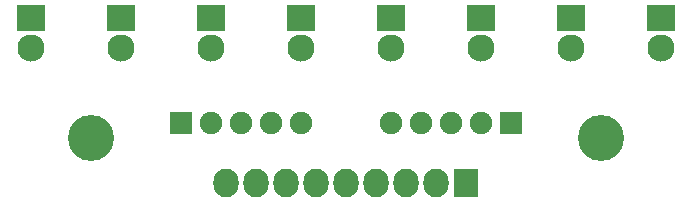
<source format=gbr>
G04 #@! TF.FileFunction,Soldermask,Top*
%FSLAX46Y46*%
G04 Gerber Fmt 4.6, Leading zero omitted, Abs format (unit mm)*
G04 Created by KiCad (PCBNEW 4.0.2+dfsg1-stable) date dom 10 sep 2017 20:45:57 CEST*
%MOMM*%
G01*
G04 APERTURE LIST*
%ADD10C,0.100000*%
%ADD11R,2.400000X2.300000*%
%ADD12C,2.300000*%
%ADD13C,1.900000*%
%ADD14R,1.900000X1.900000*%
%ADD15R,2.127200X2.432000*%
%ADD16O,2.127200X2.432000*%
%ADD17C,3.900000*%
G04 APERTURE END LIST*
D10*
D11*
X176530000Y-87630000D03*
D12*
X176530000Y-90170000D03*
D13*
X153670000Y-96520000D03*
D14*
X163830000Y-96520000D03*
D13*
X161290000Y-96520000D03*
X156210000Y-96520000D03*
X158750000Y-96520000D03*
X146050000Y-96520000D03*
D14*
X135890000Y-96520000D03*
D13*
X138430000Y-96520000D03*
X143510000Y-96520000D03*
X140970000Y-96520000D03*
D11*
X168910000Y-87630000D03*
D12*
X168910000Y-90170000D03*
D11*
X161290000Y-87630000D03*
D12*
X161290000Y-90170000D03*
D11*
X153670000Y-87630000D03*
D12*
X153670000Y-90170000D03*
D11*
X146050000Y-87630000D03*
D12*
X146050000Y-90170000D03*
D11*
X138430000Y-87630000D03*
D12*
X138430000Y-90170000D03*
D11*
X123190000Y-87630000D03*
D12*
X123190000Y-90170000D03*
D11*
X130810000Y-87630000D03*
D12*
X130810000Y-90170000D03*
D15*
X160020000Y-101600000D03*
D16*
X157480000Y-101600000D03*
X154940000Y-101600000D03*
X152400000Y-101600000D03*
X149860000Y-101600000D03*
X147320000Y-101600000D03*
X144780000Y-101600000D03*
X142240000Y-101600000D03*
X139700000Y-101600000D03*
D17*
X171450000Y-97790000D03*
X128270000Y-97790000D03*
M02*

</source>
